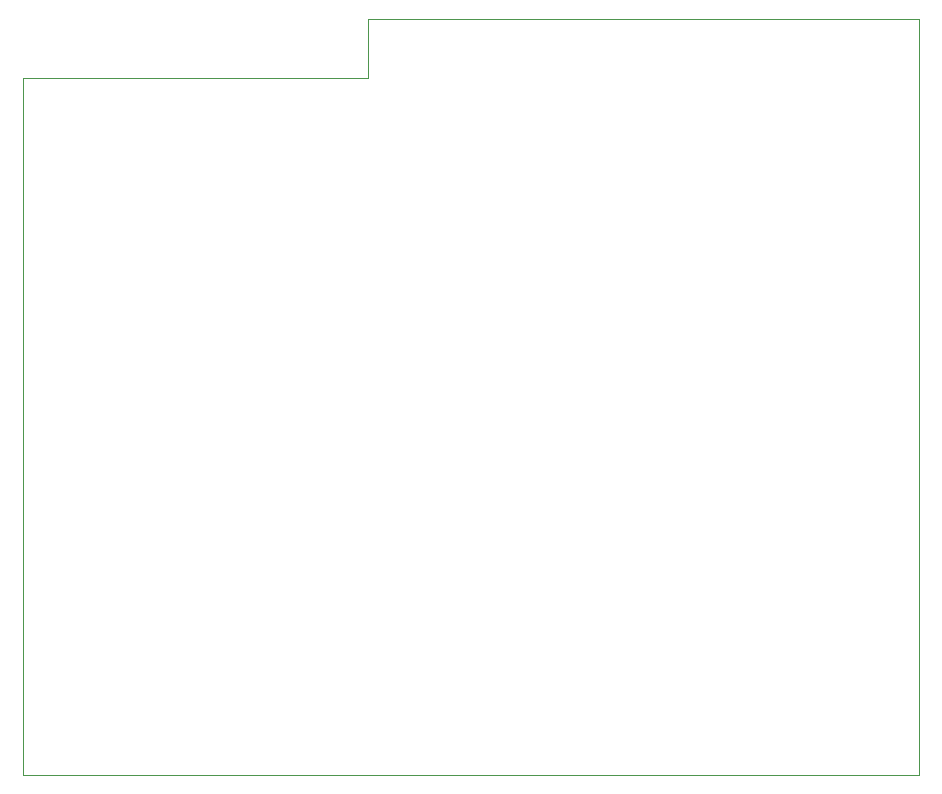
<source format=gm1>
G04 #@! TF.GenerationSoftware,KiCad,Pcbnew,(5.1.10)-1*
G04 #@! TF.CreationDate,2022-01-31T14:32:23+01:00*
G04 #@! TF.ProjectId,psoc_shield,70736f63-5f73-4686-9965-6c642e6b6963,rev?*
G04 #@! TF.SameCoordinates,Original*
G04 #@! TF.FileFunction,Profile,NP*
%FSLAX46Y46*%
G04 Gerber Fmt 4.6, Leading zero omitted, Abs format (unit mm)*
G04 Created by KiCad (PCBNEW (5.1.10)-1) date 2022-01-31 14:32:23*
%MOMM*%
%LPD*%
G01*
G04 APERTURE LIST*
G04 #@! TA.AperFunction,Profile*
%ADD10C,0.050000*%
G04 #@! TD*
G04 APERTURE END LIST*
D10*
X133700000Y-75500000D02*
X133700000Y-70500000D01*
X104500000Y-75500000D02*
X133700000Y-75500000D01*
X108500000Y-134500000D02*
X180400000Y-134500000D01*
X108500000Y-134500000D02*
X104500000Y-134500000D01*
X180400000Y-134500000D02*
X180400000Y-70500000D01*
X104500000Y-75500000D02*
X104500000Y-134500000D01*
X180400000Y-70500000D02*
X133700000Y-70500000D01*
M02*

</source>
